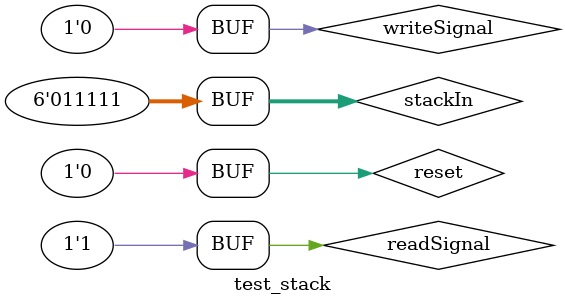
<source format=v>
`timescale 1ns / 1ps


module test_stack;

	// Inputs
	reg [5:0] stackIn;
	reg readSignal;
	reg writeSignal;
	reg reset;

	// Outputs
	wire [5:0] stackOut;

	// Instantiate the Unit Under Test (UUT)
	stack uut (
		.stackOut(stackOut), 
		.stackIn(stackIn), 
		.readSignal(readSignal), 
		.writeSignal(writeSignal), 
		.reset(reset)
	);

	initial begin
	
		stackIn = 0;
		readSignal = 0;
		writeSignal = 0;
		reset = 0;
		
		#100;
		stackIn = 5'b0001;
		writeSignal = 1;
	
		#100;
		stackIn = 5'b0010;  
	
		#100;
		stackIn = 5'b0011;
		
		#100
		readSignal = 1;
		writeSignal = 0;
		
		#100
		stackIn = 5'b11111; // just to trigger sensitivity list
		
		#100
		readSignal = 0;
		reset = 1;
		
		#100
		readSignal = 1;
		reset = 0;
		// Add stimulus here

	end
      
endmodule


</source>
